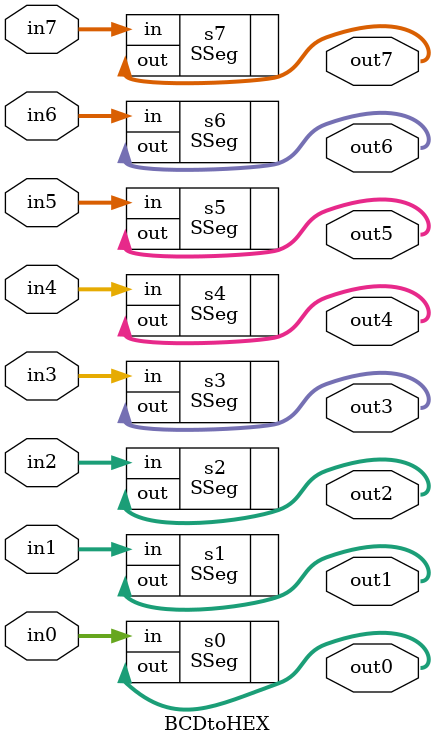
<source format=v>


// always @(posedge clk , negedge rst) begin
//     if (!rst) begin
//         currentState <= idle;
//         currentSsIn <= 32'b0;
//     end
//     else begin
//         currentState <= nextState;
//         currentSsIn <= nextSsIn;
//     end
// end

// always @(*) begin
//     nextState = currentState;
//     nextSsIn = currentSsIn;
//     case (currentState )
//         idle: begin
//             nextSsIn = {32{1'b1}};           // show nothing
//             if (!start)                 // start is push button work at negedge
//                 nextState = process; 
//         end
//         process: 
//             nextSsIn = {in7,in6,in5,in4,in3,in2,in1,in0};
//     endcase
// end



// SSeg  s0(.in(currentSsIn[3:0]),.out(out0));
// SSeg  s1(.in(currentSsIn[7:4]),.out(out1));
// SSeg  s2(.in(currentSsIn[11:8]),.out(out2));
// SSeg  s3(.in(currentSsIn[15:12]),.out(out3));
// SSeg  s4(.in(currentSsIn[19:16]),.out(out4));
// SSeg  s5(.in(currentSsIn[23:20]),.out(out5));
// SSeg  s6(.in(currentSsIn[27:24]),.out(out6));
// SSeg  s7(.in(currentSsIn[31:28]),.out(out7));


// endmodule // BCDtoHEX

module BCDtoHEX(
    input [4:0]in0,in1,in2,in3,in4,in5,in6,in7,
    output [6:0]out0,out1,out2,out3,out4,out5,out6,out7
);

SSeg  s0(.in(in0),.out(out0));
SSeg  s1(.in(in1),.out(out1));
SSeg  s2(.in(in2),.out(out2));
SSeg  s3(.in(in3),.out(out3));
SSeg  s4(.in(in4),.out(out4));
SSeg  s5(.in(in5),.out(out5));
SSeg  s6(.in(in6),.out(out6));
SSeg  s7(.in(in7),.out(out7));


endmodule // BCDtoHEX
</source>
